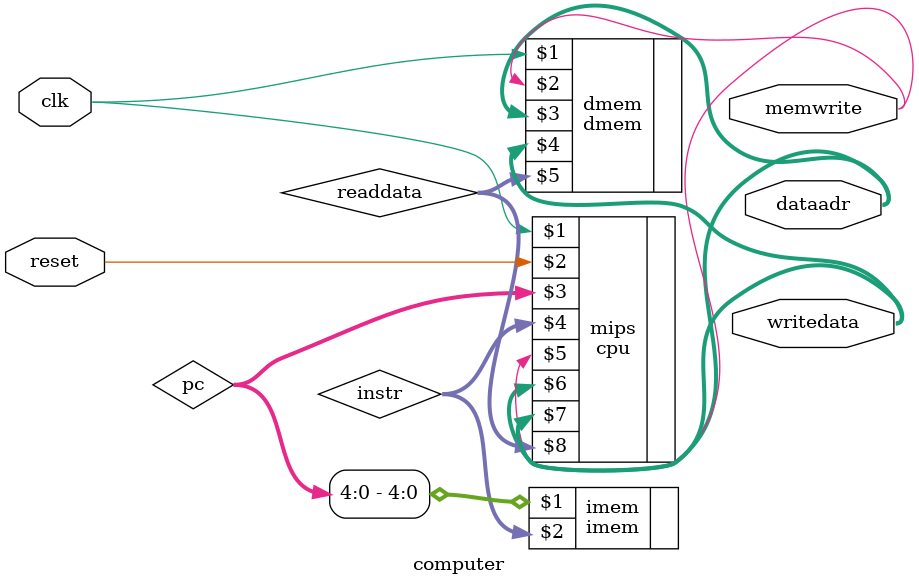
<source format=sv>
`ifndef COMPUTER
`define COMPUTER

`timescale 1ns/100ps

`include "../cpu/cpu.sv"
`include "../imem/imem.sv"
`include "../dmem/dmem.sv"

module computer
    #(parameter n = 16)(
    //
    // ---------------- PORT DEFINITIONS ----------------
    //
    input  logic           clk, reset, 
    output logic [(n-1):0] writedata, dataadr, 
    output logic           memwrite
);
    //
    // ---------------- MODULE DESIGN IMPLEMENTATION ----------------
    //
    logic [(n-1):0] pc, instr, readdata;

    // computer internal components

    // the RISC CPU
    cpu mips(clk, reset, pc, instr, memwrite, dataadr, writedata, readdata);
    // the instruction memory ("text segment") in main memory

    imem imem(pc[4:0], instr);  //not sure what pc[7:2] is, but made it pc[7:1] bc our instructions are aligned by 2 bytes, not 4


    // the data memory ("data segment") in main memory
    dmem dmem(clk, memwrite, dataadr, writedata, readdata);

endmodule

`endif // COMPUTER

</source>
